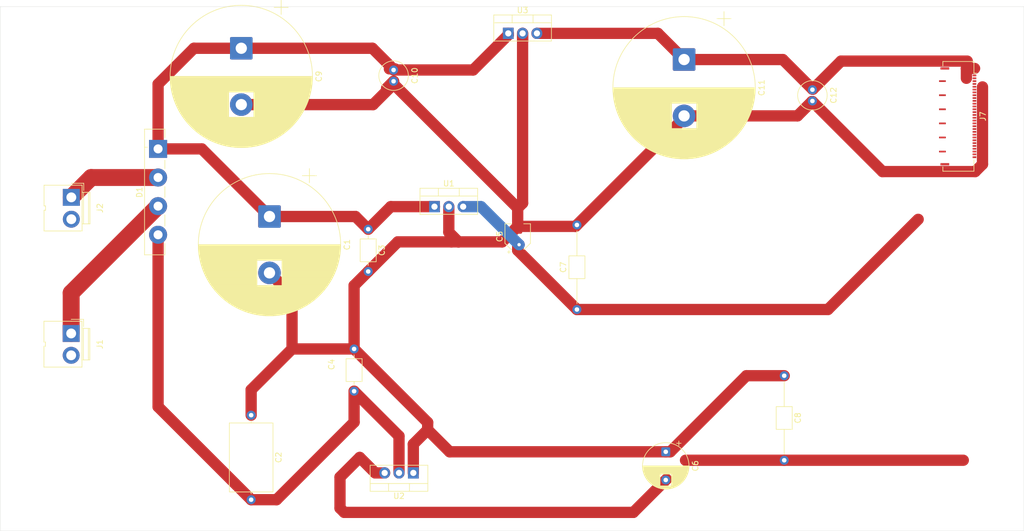
<source format=kicad_pcb>
(kicad_pcb (version 20241229) (generator "pcbnew") (generator_version "9.0")
  (layers (0 "F.Cu" signal) (2 "B.Cu" signal) (13 "F.Paste" user) (15 "B.Paste" user) (5 "F.SilkS" user "F.Silkscreen") (7 "B.SilkS" user "B.Silkscreen") (1 "F.Mask" user) (3 "B.Mask" user) (25 "Edge.Cuts" user))
  (net 0 "")
  (net 1 "GND")
  (net 2 "Net-(D1-+)")
  (net 3 "Net-(D1--)")
  (net 4 "Net-(J1-Pin_1)")
  (net 5 "Net-(J2-Pin_1)")
  (net 6 "Net-(J7-Pin_3)")
  (net 7 "Net-(J7-Pin_4)")
  (net 8 "Net-(J7-Pin_2)")
  (footprint "Capacitor_THT:C_Axial_L3.8mm_D2.6mm_P7.50mm_Horizontal" (layer "F.Cu") (at 101.25 79 -90)
    (property "Reference" "C3" (at 3.75 -2.42 90) (layer "F.SilkS"))
    (property "Value" "100nF\\25v")
    (pad "1" thru_hole circle (at 0 0 270) (size 1.6 1.6) (drill 0.8) (layers "*.Cu" "*.Mask") (net 2 "Net-(D1-+)"))
    (pad "2" thru_hole circle (at 7.5 0 270) (size 1.6 1.6) (drill 0.8) (layers "*.Cu" "*.Mask") (net 1 "GND"))
  )
  (footprint "Package_TO_SOT_THT:TO-220-3_Vertical" (layer "F.Cu") (at 109.25 122.25 180)
    (property "Reference" "U2" (at 2.54 -4.1 0) (layer "F.SilkS"))
    (property "Value" "L7912")
    (pad "1" thru_hole rect (at 0 0 180) (size 1.905 2) (drill 1.1) (layers "*.Cu" "*.Mask") (net 1 "GND"))
    (pad "2" thru_hole oval (at 2.54 0 180) (size 1.905 2) (drill 1.1) (layers "*.Cu" "*.Mask") (net 3 "Net-(D1--)"))
    (pad "3" thru_hole oval (at 5.08 0 180) (size 1.905 2) (drill 1.1) (layers "*.Cu" "*.Mask") (net 7 "Net-(J7-Pin_4)"))
  )
  (footprint "Capacitor_THT:C_Axial_L3.8mm_D2.6mm_P15.00mm_Horizontal" (layer "F.Cu") (at 138.25 93.25 90)
    (property "Reference" "C7" (at 7.5 -2.42 90) (layer "F.SilkS"))
    (property "Value" "1uF")
    (pad "1" thru_hole circle (at 0 0 90) (size 1.6 1.6) (drill 0.8) (layers "*.Cu" "*.Mask") (net 6 "Net-(J7-Pin_3)"))
    (pad "2" thru_hole circle (at 15 0 90) (size 1.6 1.6) (drill 0.8) (layers "*.Cu" "*.Mask") (net 1 "GND"))
  )
  (footprint "Diode_THT:Diode_Bridge_Vishay_GBU" (layer "F.Cu") (at 64 64.75 -90)
    (property "Reference" "D1" (at 7.7 3.3 90) (layer "F.SilkS"))
    (property "Value" "GBU8A")
    (pad "1" thru_hole rect (at 0 0 270) (size 3.2 3.2) (drill 1.6) (layers "*.Cu" "*.Mask") (net 2 "Net-(D1-+)"))
    (pad "2" thru_hole circle (at 5.08 0 270) (size 3.2 3.2) (drill 1.6) (layers "*.Cu" "*.Mask") (net 5 "Net-(J2-Pin_1)"))
    (pad "3" thru_hole circle (at 10.16 0 270) (size 3.2 3.2) (drill 1.6) (layers "*.Cu" "*.Mask") (net 4 "Net-(J1-Pin_1)"))
    (pad "4" thru_hole circle (at 15.24 0 270) (size 3.2 3.2) (drill 1.6) (layers "*.Cu" "*.Mask") (net 3 "Net-(D1--)"))
  )
  (footprint "Capacitor_THT:C_Axial_L3.8mm_D2.6mm_P7.50mm_Horizontal" (layer "F.Cu") (at 98.75 100.25 -90)
    (property "Reference" "C4" (at 2.75 4 90) (layer "F.SilkS"))
    (property "Value" "100nf\\25v")
    (pad "1" thru_hole circle (at 0 0 270) (size 1.6 1.6) (drill 0.8) (layers "*.Cu" "*.Mask") (net 1 "GND"))
    (pad "2" thru_hole circle (at 7.5 0 270) (size 1.6 1.6) (drill 0.8) (layers "*.Cu" "*.Mask") (net 3 "Net-(D1--)"))
  )
  (footprint "Package_TO_SOT_THT:TO-220-3_Vertical" (layer "F.Cu") (at 126.08 44.25)
    (property "Reference" "U3" (at 2.54 -4.1 0) (layer "F.SilkS"))
    (property "Value" "L7805")
    (pad "1" thru_hole rect (at 0 0) (size 1.905 2) (drill 1.1) (layers "*.Cu" "*.Mask") (net 2 "Net-(D1-+)"))
    (pad "2" thru_hole oval (at 2.54 0) (size 1.905 2) (drill 1.1) (layers "*.Cu" "*.Mask") (net 1 "GND"))
    (pad "3" thru_hole oval (at 5.08 0) (size 1.905 2) (drill 1.1) (layers "*.Cu" "*.Mask") (net 8 "Net-(J7-Pin_2)"))
  )
  (footprint "Capacitor_THT:CP_Radial_D25.0mm_P10.00mm_SnapIn" (layer "F.Cu") (at 157.25 48.89463 -90)
    (property "Reference" "C11" (at 5 -13.75 90) (layer "F.SilkS"))
    (property "Value" "10uF\\25v")
    (pad "1" thru_hole roundrect (at 0 0 270) (size 4 4) (drill 2) (layers "*.Cu" "*.Mask") (roundrect_rratio 0.0625) (net 8 "Net-(J7-Pin_2)"))
    (pad "2" thru_hole circle (at 10 0 270) (size 4 4) (drill 2) (layers "*.Cu" "*.Mask") (net 1 "GND"))
  )
  (footprint "Capacitor_THT:C_Axial_L12.0mm_D7.5mm_P15.00mm_Horizontal" (layer "F.Cu") (at 80.5 112 -90)
    (property "Reference" "C2" (at 7.5 -4.87 90) (layer "F.SilkS"))
    (property "Value" "2200uf\\50v")
    (pad "1" thru_hole circle (at 0 0 270) (size 1.6 1.6) (drill 0.8) (layers "*.Cu" "*.Mask") (net 1 "GND"))
    (pad "2" thru_hole circle (at 15 0 270) (size 1.6 1.6) (drill 0.8) (layers "*.Cu" "*.Mask") (net 3 "Net-(D1--)"))
  )
  (footprint "Connector_FFC-FPC:Hirose_FH41-30S-0.5SH_1x30_1MP_1SH_P0.5mm_Horizontal" (layer "F.Cu") (at 205.75 58.975 -90)
    (property "Reference" "J7" (at 0 -4.475 90) (layer "F.SilkS"))
    (property "Value" "Conn_01x04")
    (pad "1" smd rect (at -7.25 -2.975 270) (size 0.3 0.65) (layers "F.Cu" "F.Mask" "F.Paste") (net 1 "GND"))
    (pad "2" smd rect (at -6.75 -2.975 270) (size 0.3 0.65) (layers "F.Cu" "F.Mask" "F.Paste") (net 8 "Net-(J7-Pin_2)"))
    (pad "3" smd rect (at -6.25 -2.975 270) (size 0.3 0.65) (layers "F.Cu" "F.Mask" "F.Paste") (net 6 "Net-(J7-Pin_3)"))
    (pad "4" smd rect (at -5.75 -2.975 270) (size 0.3 0.65) (layers "F.Cu" "F.Mask" "F.Paste") (net 7 "Net-(J7-Pin_4)"))
    (pad "5" smd rect (at -5.25 -2.975 270) (size 0.3 0.65) (layers "F.Cu" "F.Mask" "F.Paste"))
    (pad "6" smd rect (at -4.75 -2.975 270) (size 0.3 0.65) (layers "F.Cu" "F.Mask" "F.Paste"))
    (pad "7" smd rect (at -4.25 -2.975 270) (size 0.3 0.65) (layers "F.Cu" "F.Mask" "F.Paste"))
    (pad "8" smd rect (at -3.75 -2.975 270) (size 0.3 0.65) (layers "F.Cu" "F.Mask" "F.Paste"))
    (pad "9" smd rect (at -3.25 -2.975 270) (size 0.3 0.65) (layers "F.Cu" "F.Mask" "F.Paste"))
    (pad "10" smd rect (at -2.75 -2.975 270) (size 0.3 0.65) (layers "F.Cu" "F.Mask" "F.Paste"))
    (pad "11" smd rect (at -2.25 -2.975 270) (size 0.3 0.65) (layers "F.Cu" "F.Mask" "F.Paste"))
    (pad "12" smd rect (at -1.75 -2.975 270) (size 0.3 0.65) (layers "F.Cu" "F.Mask" "F.Paste"))
    (pad "13" smd rect (at -1.25 -2.975 270) (size 0.3 0.65) (layers "F.Cu" "F.Mask" "F.Paste"))
    (pad "14" smd rect (at -0.75 -2.975 270) (size 0.3 0.65) (layers "F.Cu" "F.Mask" "F.Paste"))
    (pad "15" smd rect (at -0.25 -2.975 270) (size 0.3 0.65) (layers "F.Cu" "F.Mask" "F.Paste"))
    (pad "16" smd rect (at 0.25 -2.975 270) (size 0.3 0.65) (layers "F.Cu" "F.Mask" "F.Paste"))
    (pad "17" smd rect (at 0.75 -2.975 270) (size 0.3 0.65) (layers "F.Cu" "F.Mask" "F.Paste"))
    (pad "18" smd rect (at 1.25 -2.975 270) (size 0.3 0.65) (layers "F.Cu" "F.Mask" "F.Paste"))
    (pad "19" smd rect (at 1.75 -2.975 270) (size 0.3 0.65) (layers "F.Cu" "F.Mask" "F.Paste"))
    (pad "20" smd rect (at 2.25 -2.975 270) (size 0.3 0.65) (layers "F.Cu" "F.Mask" "F.Paste"))
    (pad "21" smd rect (at 2.75 -2.975 270) (size 0.3 0.65) (layers "F.Cu" "F.Mask" "F.Paste"))
    (pad "22" smd rect (at 3.25 -2.975 270) (size 0.3 0.65) (layers "F.Cu" "F.Mask" "F.Paste"))
    (pad "23" smd rect (at 3.75 -2.975 270) (size 0.3 0.65) (layers "F.Cu" "F.Mask" "F.Paste"))
    (pad "24" smd rect (at 4.25 -2.975 270) (size 0.3 0.65) (layers "F.Cu" "F.Mask" "F.Paste"))
    (pad "25" smd rect (at 4.75 -2.975 270) (size 0.3 0.65) (layers "F.Cu" "F.Mask" "F.Paste"))
    (pad "26" smd rect (at 5.25 -2.975 270) (size 0.3 0.65) (layers "F.Cu" "F.Mask" "F.Paste"))
    (pad "27" smd rect (at 5.75 -2.975 270) (size 0.3 0.65) (layers "F.Cu" "F.Mask" "F.Paste"))
    (pad "28" smd rect (at 6.25 -2.975 270) (size 0.3 0.65) (layers "F.Cu" "F.Mask" "F.Paste"))
    (pad "29" smd rect (at 6.75 -2.975 270) (size 0.3 0.65) (layers "F.Cu" "F.Mask" "F.Paste"))
    (pad "30" smd rect (at 7.25 -2.975 270) (size 0.3 0.65) (layers "F.Cu" "F.Mask" "F.Paste"))
    (pad "MP" smd rect (at -8.5 2.275 270) (size 0.4 1.55) (layers "F.Cu" "F.Mask" "F.Paste"))
    (pad "MP" smd rect (at 8.5 2.275 270) (size 0.4 1.55) (layers "F.Cu" "F.Mask" "F.Paste"))
    (pad "SH" smd rect (at -6.25 2.7 270) (size 0.3 1.2) (layers "F.Cu" "F.Mask" "F.Paste"))
    (pad "SH" smd rect (at -3.75 2.7 270) (size 0.3 1.2) (layers "F.Cu" "F.Mask" "F.Paste"))
    (pad "SH" smd rect (at -1.25 2.7 270) (size 0.3 1.2) (layers "F.Cu" "F.Mask" "F.Paste"))
    (pad "SH" smd rect (at 1.25 2.7 270) (size 0.3 1.2) (layers "F.Cu" "F.Mask" "F.Paste"))
    (pad "SH" smd rect (at 3.75 2.7 270) (size 0.3 1.2) (layers "F.Cu" "F.Mask" "F.Paste"))
    (pad "SH" smd rect (at 6.25 2.7 270) (size 0.3 1.2) (layers "F.Cu" "F.Mask" "F.Paste"))
  )
  (footprint "Capacitor_THT:C_Axial_L3.8mm_D2.6mm_P15.00mm_Horizontal" (layer "F.Cu") (at 175 105 -90)
    (property "Reference" "C8" (at 7.5 -2.42 90) (layer "F.SilkS"))
    (property "Value" "1uf")
    (pad "1" thru_hole circle (at 0 0 270) (size 1.6 1.6) (drill 0.8) (layers "*.Cu" "*.Mask") (net 1 "GND"))
    (pad "2" thru_hole circle (at 15 0 270) (size 1.6 1.6) (drill 0.8) (layers "*.Cu" "*.Mask") (net 7 "Net-(J7-Pin_4)"))
  )
  (footprint "Capacitor_THT:C_Radial_D5.0mm_H11.0mm_P2.00mm" (layer "F.Cu") (at 180 54.25 -90)
    (property "Reference" "C12" (at 1 -3.75 90) (layer "F.SilkS"))
    (property "Value" "1uF\\25v")
    (pad "1" thru_hole circle (at 0 0 270) (size 1.6 1.6) (drill 0.8) (layers "*.Cu" "*.Mask") (net 8 "Net-(J7-Pin_2)"))
    (pad "2" thru_hole circle (at 2 0 270) (size 1.6 1.6) (drill 0.8) (layers "*.Cu" "*.Mask") (net 1 "GND"))
  )
  (footprint "Capacitor_THT:CP_Radial_D8.0mm_P5.00mm" (layer "F.Cu") (at 154 118.5 -90)
    (property "Reference" "C6" (at 2.5 -5.25 90) (layer "F.SilkS"))
    (property "Value" "10uF\\25v")
    (pad "1" thru_hole roundrect (at 0 0 270) (size 1.6 1.6) (drill 0.8) (layers "*.Cu" "*.Mask") (roundrect_rratio 0.15625) (net 1 "GND"))
    (pad "2" thru_hole circle (at 5 0 270) (size 1.6 1.6) (drill 0.8) (layers "*.Cu" "*.Mask") (net 7 "Net-(J7-Pin_4)"))
  )
  (footprint "Connector:JWT_A3963_1x02_P3.96mm_Vertical" (layer "F.Cu") (at 48.62 73.35 -90)
    (property "Reference" "J2" (at 1.91 -5.08 90) (layer "F.SilkS"))
    (property "Value" "Conn_01x01_Socket")
    (pad "1" thru_hole rect (at 0 0 270) (size 3 3) (drill 1.75) (layers "*.Cu" "*.Mask") (net 5 "Net-(J2-Pin_1)"))
    (pad "2" thru_hole circle (at 3.88 0 270) (size 3 3) (drill 1.75) (layers "*.Cu" "*.Mask"))
  )
  (footprint "Capacitor_THT:C_Radial_D5.0mm_H11.0mm_P2.00mm" (layer "F.Cu") (at 105.75 50.75 -90)
    (property "Reference" "C10" (at 1 -3.75 90) (layer "F.SilkS"))
    (property "Value" "10uF\\25v")
    (pad "1" thru_hole circle (at 0 0 270) (size 1.6 1.6) (drill 0.8) (layers "*.Cu" "*.Mask") (net 2 "Net-(D1-+)"))
    (pad "2" thru_hole circle (at 2 0 270) (size 1.6 1.6) (drill 0.8) (layers "*.Cu" "*.Mask") (net 1 "GND"))
  )
  (footprint "Connector:JWT_A3963_1x02_P3.96mm_Vertical" (layer "F.Cu") (at 48.5925 97.5 -90)
    (property "Reference" "J1" (at 1.91 -5.08 90) (layer "F.SilkS"))
    (property "Value" "Conn_01x01_Socket")
    (pad "1" thru_hole rect (at 0 0 270) (size 3 3) (drill 1.75) (layers "*.Cu" "*.Mask") (net 4 "Net-(J1-Pin_1)"))
    (pad "2" thru_hole circle (at 3.88 0 270) (size 3 3) (drill 1.75) (layers "*.Cu" "*.Mask"))
  )
  (footprint "Package_TO_SOT_THT:TO-220-3_Vertical" (layer "F.Cu") (at 113 75)
    (property "Reference" "U1" (at 2.54 -4.1 0) (layer "F.SilkS"))
    (property "Value" "L7812")
    (pad "1" thru_hole rect (at 0 0) (size 1.905 2) (drill 1.1) (layers "*.Cu" "*.Mask") (net 2 "Net-(D1-+)"))
    (pad "2" thru_hole oval (at 2.54 0) (size 1.905 2) (drill 1.1) (layers "*.Cu" "*.Mask") (net 1 "GND"))
    (pad "3" thru_hole oval (at 5.08 0) (size 1.905 2) (drill 1.1) (layers "*.Cu" "*.Mask") (net 6 "Net-(J7-Pin_3)"))
  )
  (footprint "Capacitor_THT:CP_Radial_D25.0mm_P10.00mm_SnapIn" (layer "F.Cu") (at 83.75 76.75 -90)
    (property "Reference" "C1" (at 5 -13.75 90) (layer "F.SilkS"))
    (property "Value" "2200uF\\35v")
    (pad "1" thru_hole roundrect (at 0 0 270) (size 4 4) (drill 2) (layers "*.Cu" "*.Mask") (roundrect_rratio 0.0625) (net 2 "Net-(D1-+)"))
    (pad "2" thru_hole circle (at 10 0 270) (size 4 4) (drill 2) (layers "*.Cu" "*.Mask") (net 1 "GND"))
  )
  (footprint "Capacitor_SMD:CP_Elec_4x3" (layer "F.Cu") (at 127.75 80.3 90)
    (property "Reference" "C5" (at 0 -3.2 90) (layer "F.SilkS"))
    (property "Value" "10uF\\25v")
    (pad "1" smd roundrect (at -1.8 0 90) (size 2.6 1.6) (layers "F.Cu" "F.Mask" "F.Paste") (roundrect_rratio 0.15625) (net 6 "Net-(J7-Pin_3)"))
    (pad "2" smd roundrect (at 1.8 0 90) (size 2.6 1.6) (layers "F.Cu" "F.Mask" "F.Paste") (roundrect_rratio 0.15625) (net 1 "GND"))
  )
  (footprint "Capacitor_THT:CP_Radial_D25.0mm_P10.00mm_SnapIn" (layer "F.Cu") (at 78.75 46.89463 -90)
    (property "Reference" "C9" (at 5 -13.75 90) (layer "F.SilkS"))
    (property "Value" "100uF\\35v")
    (pad "1" thru_hole roundrect (at 0 0 270) (size 4 4) (drill 2) (layers "*.Cu" "*.Mask") (roundrect_rratio 0.0625) (net 2 "Net-(D1-+)"))
    (pad "2" thru_hole circle (at 10 0 270) (size 4 4) (drill 2) (layers "*.Cu" "*.Mask") (net 1 "GND"))
  )
  (gr_rect (start 36 39.5) (end 217.5 132.5) (stroke (width 0.05)) (fill no) (layer "Edge.Cuts"))
  (segment (start 127.75 75.25) (end 127.75 78.5) (width 2) (layer "F.Cu") (net 1))
  (segment (start 105.75 52.75) (end 105.75 53.25) (width 2) (layer "F.Cu") (net 1))
  (segment (start 138 78.5) (end 138.25 78.25) (width 2) (layer "F.Cu") (net 1))
  (segment (start 98.75 89) (end 101.25 86.5) (width 2) (layer "F.Cu") (net 1))
  (segment (start 106.5 81.25) (end 116 81.25) (width 2) (layer "F.Cu") (net 1))
  (segment (start 101.25 86.5) (end 106.5 81.25) (width 2) (layer "F.Cu") (net 1))
  (segment (start 80.5 107.5) (end 87.75 100.25) (width 2) (layer "F.Cu") (net 1))
  (segment (start 83.75 86.75) (end 87.75 90.75) (width 2) (layer "F.Cu") (net 1))
  (segment (start 115.54 75) (end 115.54 79.54) (width 2) (layer "F.Cu") (net 1))
  (segment (start 157.89463 58.89463) (end 157.25 58.89463) (width 2) (layer "F.Cu") (net 1))
  (segment (start 125 81.25) (end 127.75 78.5) (width 2) (layer "F.Cu") (net 1))
  (segment (start 210.151 67.476) (end 210.151 53.75) (width 2) (layer "F.Cu") (net 1))
  (segment (start 128.62 44.25) (end 128.62 74.38) (width 2) (layer "F.Cu") (net 1))
  (segment (start 180 56.352) (end 192.424 68.776) (width 2) (layer "F.Cu") (net 1))
  (segment (start 111.79 113.29) (end 98.75 100.25) (width 2) (layer "F.Cu") (net 1))
  (segment (start 78.75 56.89463) (end 102.10537 56.89463) (width 2) (layer "F.Cu") (net 1))
  (segment (start 138.25 78.25) (end 157.25 59.25) (width 2) (layer "F.Cu") (net 1))
  (segment (start 109.25 117.14) (end 111.79 114.6) (width 2) (layer "F.Cu") (net 1))
  (segment (start 177.35537 58.89463) (end 179.898 56.352) (width 2) (layer "F.Cu") (net 1))
  (segment (start 98.75 100.25) (end 87.75 100.25) (width 2) (layer "F.Cu") (net 1))
  (segment (start 102.10537 56.89463) (end 105.75 53.25) (width 2) (layer "F.Cu") (net 1))
  (segment (start 157.25 58.89463) (end 177.35537 58.89463) (width 2) (layer "F.Cu") (net 1))
  (segment (start 87.75 90.75) (end 87.75 100.25) (width 2) (layer "F.Cu") (net 1))
  (segment (start 115.54 79.54) (end 117.25 81.25) (width 2) (layer "F.Cu") (net 1))
  (segment (start 105.75 53.25) (end 127.75 75.25) (width 2) (layer "F.Cu") (net 1))
  (segment (start 208.851 68.776) (end 210.151 67.476) (width 2) (layer "F.Cu") (net 1))
  (segment (start 128.62 44.25) (end 128.62 45.6645) (width 2) (layer "F.Cu") (net 1))
  (segment (start 168.3 105) (end 175 105) (width 2) (layer "F.Cu") (net 1))
  (segment (start 115.69 118.5) (end 111.79 114.6) (width 2) (layer "F.Cu") (net 1))
  (segment (start 157.25 59.25) (end 157.25 58.89463) (width 2) (layer "F.Cu") (net 1))
  (segment (start 98.75 100.25) (end 98.75 89) (width 2) (layer "F.Cu") (net 1))
  (segment (start 104.5 54) (end 105.75 52.75) (width 2) (layer "F.Cu") (net 1))
  (segment (start 154.8 118.5) (end 168.3 105) (width 2) (layer "F.Cu") (net 1))
  (segment (start 109.25 122.25) (end 109.25 117.14) (width 2) (layer "F.Cu") (net 1))
  (segment (start 154 118.5) (end 115.69 118.5) (width 2) (layer "F.Cu") (net 1))
  (segment (start 117.25 81.25) (end 125 81.25) (width 2) (layer "F.Cu") (net 1))
  (segment (start 116 81.25) (end 117.25 81.25) (width 2) (layer "F.Cu") (net 1))
  (segment (start 192.424 68.776) (end 208.851 68.776) (width 2) (layer "F.Cu") (net 1))
  (segment (start 128.62 74.38) (end 127.75 75.25) (width 2) (layer "F.Cu") (net 1))
  (segment (start 154 118.5) (end 154.8 118.5) (width 2) (layer "F.Cu") (net 1))
  (segment (start 127.75 78.5) (end 138 78.5) (width 2) (layer "F.Cu") (net 1))
  (segment (start 80.5 112) (end 80.5 107.5) (width 2) (layer "F.Cu") (net 1))
  (segment (start 111.79 114.6) (end 111.79 113.29) (width 2) (layer "F.Cu") (net 1))
  (segment (start 180 56.352) (end 179.898 56.352) (width 2) (layer "F.Cu") (net 1))
  (segment (start 71.75 64.75) (end 83.75 76.75) (width 2) (layer "F.Cu") (net 2))
  (segment (start 78.75 46.89463) (end 101.99563 46.89463) (width 2) (layer "F.Cu") (net 2))
  (segment (start 126.08 44.520166) (end 126.08 44.25) (width 2) (layer "F.Cu") (net 2))
  (segment (start 99 76.75) (end 101.25 79) (width 2) (layer "F.Cu") (net 2))
  (segment (start 105.75 50.75) (end 119.850166 50.75) (width 2) (layer "F.Cu") (net 2))
  (segment (start 78.75 46.89463) (end 70.35537 46.89463) (width 2) (layer "F.Cu") (net 2))
  (segment (start 64 64.75) (end 71.75 64.75) (width 2) (layer "F.Cu") (net 2))
  (segment (start 83.75 76.75) (end 99 76.75) (width 2) (layer "F.Cu") (net 2))
  (segment (start 70.35537 46.89463) (end 64 53.25) (width 2) (layer "F.Cu") (net 2))
  (segment (start 64 53.25) (end 64 64.75) (width 2) (layer "F.Cu") (net 2))
  (segment (start 113 75) (end 105.25 75) (width 2) (layer "F.Cu") (net 2))
  (segment (start 105.004001 50.551) (end 106 50.551) (width 2) (layer "F.Cu") (net 2))
  (segment (start 64 64.75) (end 64.25 64.75) (width 2) (layer "F.Cu") (net 2))
  (segment (start 119.850166 50.75) (end 126.08 44.520166) (width 2) (layer "F.Cu") (net 2))
  (segment (start 101.99563 46.89463) (end 105.75 50.649) (width 2) (layer "F.Cu") (net 2))
  (segment (start 105.25 75) (end 101.25 79) (width 2) (layer "F.Cu") (net 2))
  (segment (start 106.71 122.25) (end 106.71 115.71) (width 2) (layer "F.Cu") (net 3))
  (segment (start 85 127) (end 98.75 113.25) (width 2) (layer "F.Cu") (net 3))
  (segment (start 98.75 107.75) (end 98.75 113.25) (width 2) (layer "F.Cu") (net 3))
  (segment (start 106.71 115.71) (end 98.75 107.75) (width 2) (layer "F.Cu") (net 3))
  (segment (start 64 79.99) (end 64 110.5) (width 2) (layer "F.Cu") (net 3))
  (segment (start 80.5 127) (end 85 127) (width 2) (layer "F.Cu") (net 3))
  (segment (start 64 110.5) (end 80.5 127) (width 2) (layer "F.Cu") (net 3))
  (segment (start 48.5925 90.3175) (end 64 74.91) (width 3) (layer "F.Cu") (net 4))
  (segment (start 48.5925 97.5) (end 48.5925 90.3175) (width 3) (layer "F.Cu") (net 4))
  (segment (start 48.62 73.35) (end 52.14 69.83) (width 3) (layer "F.Cu") (net 5))
  (segment (start 52.14 69.83) (end 64 69.83) (width 3) (layer "F.Cu") (net 5))
  (segment (start 182.75 93.25) (end 198.75 77.25) (width 2) (layer "F.Cu") (net 6))
  (segment (start 127.75 82.1) (end 127.75 82.75) (width 2) (layer "F.Cu") (net 6))
  (segment (start 138.25 93.25) (end 182.75 93.25) (width 2) (layer "F.Cu") (net 6))
  (segment (start 127.75 82.75) (end 138.25 93.25) (width 2) (layer "F.Cu") (net 6))
  (via (at 128 81.75) (size 2) (drill 0.6) (layers "F.Cu" "B.Cu") (net 6))
  (segment (start 121.25 75) (end 128 81.75) (width 2) (layer "B.Cu") (net 6))
  (segment (start 118.08 75) (end 121.25 75) (width 2) (layer "B.Cu") (net 6))
  (segment (start 96.25 123) (end 99.75 119.5) (width 2) (layer "F.Cu") (net 7))
  (segment (start 102.5 122.25) (end 104.17 122.25) (width 2) (layer "F.Cu") (net 7))
  (segment (start 157.5 120) (end 175 120) (width 2) (layer "F.Cu") (net 7))
  (segment (start 96.25 128.5) (end 96.25 123) (width 2) (layer "F.Cu") (net 7))
  (segment (start 99.75 119.5) (end 102.5 122.25) (width 2) (layer "F.Cu") (net 7))
  (segment (start 97 129.25) (end 96.25 128.5) (width 2) (layer "F.Cu") (net 7))
  (segment (start 148.25 129.25) (end 97 129.25) (width 2) (layer "F.Cu") (net 7))
  (segment (start 175 120) (end 206.75 120) (width 2) (layer "F.Cu") (net 7))
  (segment (start 154.125 123.375) (end 148.25 129.25) (width 2) (layer "F.Cu") (net 7))
  (segment (start 157.25 48.89463) (end 174.74663 48.89463) (width 2) (layer "F.Cu") (net 8))
  (segment (start 131.16 44.25) (end 152.60537 44.25) (width 2) (layer "F.Cu") (net 8))
  (segment (start 174.74663 48.89463) (end 180 54.148) (width 2) (layer "F.Cu") (net 8))
  (segment (start 208.75 50.474) (end 207.299 50.474) (width 2) (layer "F.Cu") (net 8))
  (segment (start 185.076 49.174) (end 207.45 49.174) (width 2) (layer "F.Cu") (net 8))
  (segment (start 180.102 54.148) (end 185.076 49.174) (width 2) (layer "F.Cu") (net 8))
  (segment (start 157.25 48.89463) (end 152.60537 44.25) (width 2) (layer "F.Cu") (net 8))
  (segment (start 207.299 50.474) (end 207.299 52.225) (width 2) (layer "F.Cu") (net 8))
  (segment (start 180 54.148) (end 180.102 54.148) (width 2) (layer "F.Cu") (net 8))
)
</source>
